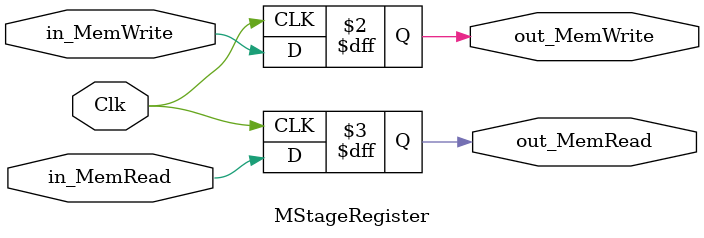
<source format=v>
`timescale 1ns / 1ps


module MStageRegister(Clk, in_MemWrite, in_MemRead, out_MemWrite, out_MemRead);
    
    input Clk, in_MemWrite, in_MemRead;
    output reg out_MemWrite, out_MemRead;
    
    always @ (posedge Clk)  begin
        out_MemWrite <= in_MemWrite;
        out_MemRead <= in_MemRead;
    end

endmodule

</source>
